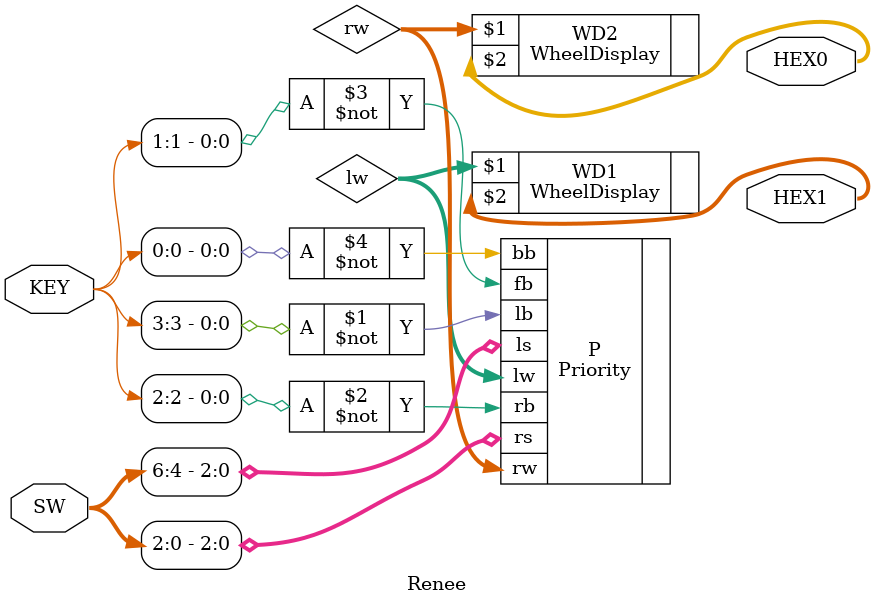
<source format=v>
module Renee(SW, KEY, HEX0, HEX1);
	input [6:0] SW;
	input [3:0] KEY;
	output [6:0] HEX0, HEX1;
	wire [2:0] lw, rw;
	
	Priority P(.ls(SW[6:4]), .rs(SW[2:0]), .lb(~KEY[3]), .rb(~KEY[2]), .fb(~KEY[1]), .bb(~KEY[0]), .lw(lw), .rw(rw));
	WheelDisplay WD1(lw,HEX1);
	WheelDisplay WD2(rw,HEX0);
endmodule
</source>
